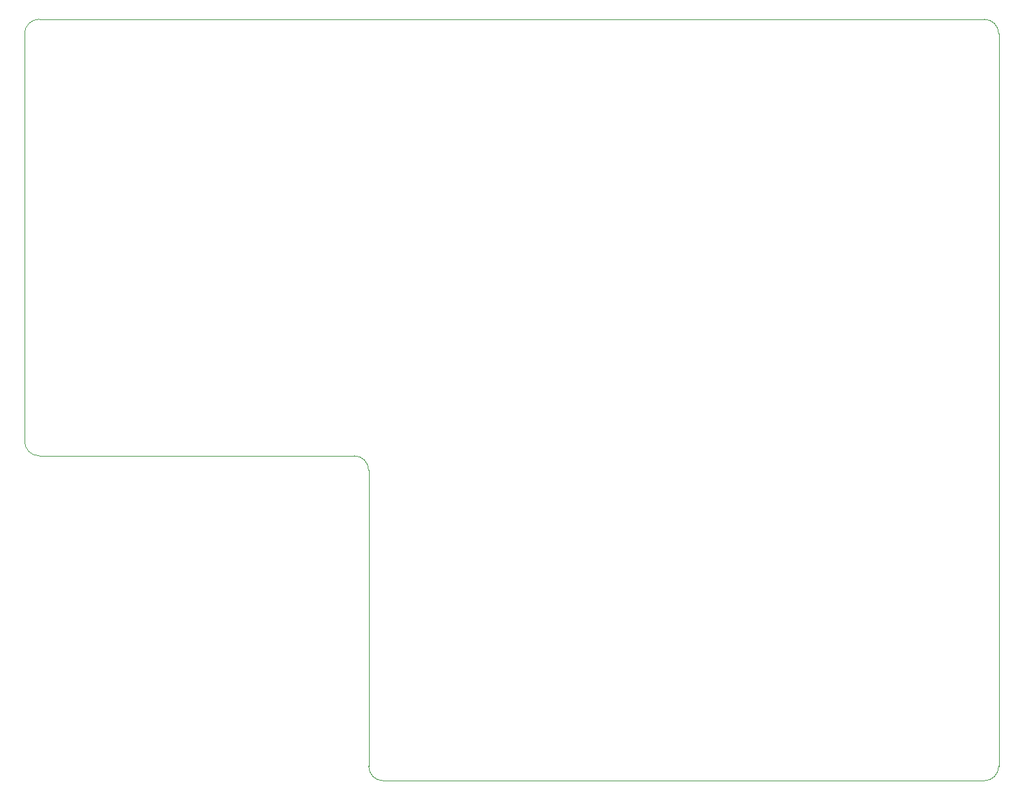
<source format=gm1>
G04 #@! TF.GenerationSoftware,KiCad,Pcbnew,(5.1.10)-1*
G04 #@! TF.CreationDate,2021-09-15T21:29:11+02:00*
G04 #@! TF.ProjectId,SheepyPad,53686565-7079-4506-9164-2e6b69636164,rev?*
G04 #@! TF.SameCoordinates,Original*
G04 #@! TF.FileFunction,Profile,NP*
%FSLAX46Y46*%
G04 Gerber Fmt 4.6, Leading zero omitted, Abs format (unit mm)*
G04 Created by KiCad (PCBNEW (5.1.10)-1) date 2021-09-15 21:29:11*
%MOMM*%
%LPD*%
G01*
G04 APERTURE LIST*
G04 #@! TA.AperFunction,Profile*
%ADD10C,0.050000*%
G04 #@! TD*
G04 APERTURE END LIST*
D10*
X184785000Y-45085000D02*
X184785000Y-45720000D01*
X57150000Y-45720000D02*
X57150000Y-45085000D01*
X57150000Y-97155000D02*
X57150000Y-98425000D01*
X100330000Y-100330000D02*
X59055000Y-100330000D01*
X104140000Y-142875000D02*
X105410000Y-142875000D01*
X102235000Y-102235000D02*
X102235000Y-140970000D01*
X100330000Y-100330000D02*
G75*
G02*
X102235000Y-102235000I0J-1905000D01*
G01*
X105410000Y-142875000D02*
X106680000Y-142875000D01*
X104140000Y-142875000D02*
G75*
G02*
X102235000Y-140970000I0J1905000D01*
G01*
X106680000Y-142875000D02*
X182880000Y-142875000D01*
X57150000Y-45720000D02*
X57150000Y-97155000D01*
X59055000Y-43180000D02*
X182880000Y-43180000D01*
X184785000Y-140970000D02*
X184785000Y-45720000D01*
X57150000Y-45085000D02*
G75*
G02*
X59055000Y-43180000I1905000J0D01*
G01*
X59055000Y-100330000D02*
G75*
G02*
X57150000Y-98425000I0J1905000D01*
G01*
X184785000Y-140970000D02*
G75*
G02*
X182880000Y-142875000I-1905000J0D01*
G01*
X182880000Y-43180000D02*
G75*
G02*
X184785000Y-45085000I0J-1905000D01*
G01*
M02*

</source>
